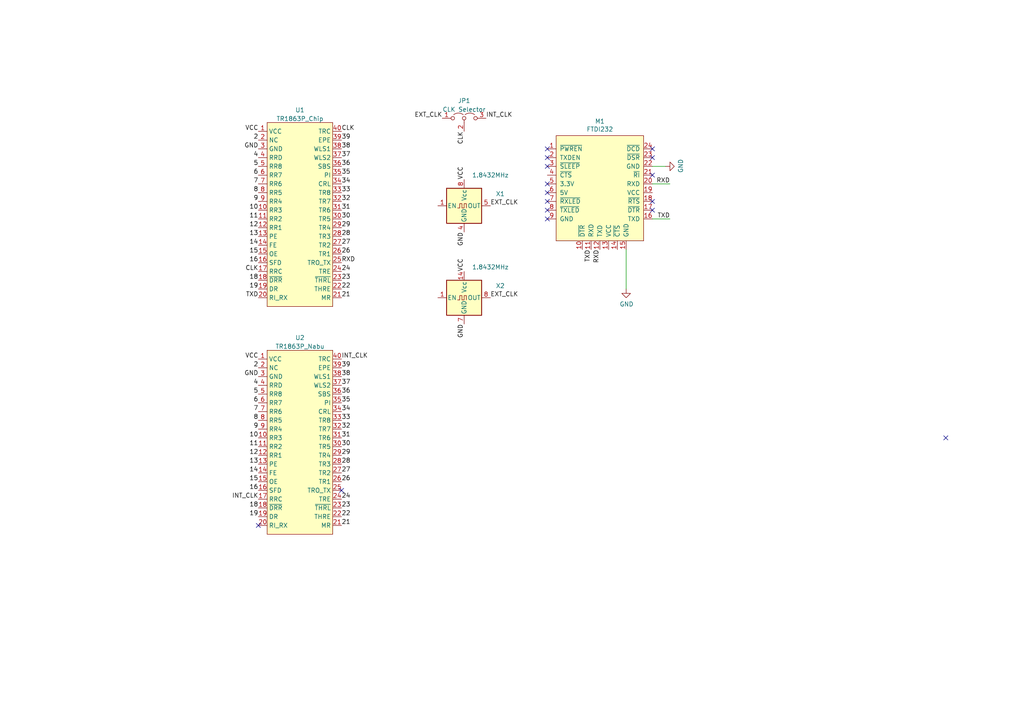
<source format=kicad_sch>
(kicad_sch (version 20211123) (generator eeschema)

  (uuid cbef2aa0-097b-424b-83c2-365d1fe59aff)

  (paper "A4")

  (title_block
    (title "mgh80_serial")
    (date "2021-09-27")
    (rev "1.1")
    (company "MyGeekyHobby.com")
  )

  (lib_symbols
    (symbol "Jumper:Jumper_3_Open" (pin_names (offset 0) hide) (in_bom yes) (on_board yes)
      (property "Reference" "JP" (id 0) (at -2.54 -2.54 0)
        (effects (font (size 1.27 1.27)))
      )
      (property "Value" "Jumper_3_Open" (id 1) (at 0 2.794 0)
        (effects (font (size 1.27 1.27)))
      )
      (property "Footprint" "" (id 2) (at 0 0 0)
        (effects (font (size 1.27 1.27)) hide)
      )
      (property "Datasheet" "~" (id 3) (at 0 0 0)
        (effects (font (size 1.27 1.27)) hide)
      )
      (property "ki_keywords" "Jumper SPDT" (id 4) (at 0 0 0)
        (effects (font (size 1.27 1.27)) hide)
      )
      (property "ki_description" "Jumper, 3-pole, both open" (id 5) (at 0 0 0)
        (effects (font (size 1.27 1.27)) hide)
      )
      (property "ki_fp_filters" "Jumper* TestPoint*3Pads* TestPoint*Bridge*" (id 6) (at 0 0 0)
        (effects (font (size 1.27 1.27)) hide)
      )
      (symbol "Jumper_3_Open_0_0"
        (circle (center -3.302 0) (radius 0.508)
          (stroke (width 0) (type default) (color 0 0 0 0))
          (fill (type none))
        )
        (circle (center 0 0) (radius 0.508)
          (stroke (width 0) (type default) (color 0 0 0 0))
          (fill (type none))
        )
        (circle (center 3.302 0) (radius 0.508)
          (stroke (width 0) (type default) (color 0 0 0 0))
          (fill (type none))
        )
      )
      (symbol "Jumper_3_Open_0_1"
        (arc (start -0.254 1.016) (mid -1.651 1.4992) (end -3.048 1.016)
          (stroke (width 0) (type default) (color 0 0 0 0))
          (fill (type none))
        )
        (polyline
          (pts
            (xy 0 -0.508)
            (xy 0 -1.27)
          )
          (stroke (width 0) (type default) (color 0 0 0 0))
          (fill (type none))
        )
        (arc (start 3.048 1.016) (mid 1.651 1.4992) (end 0.254 1.016)
          (stroke (width 0) (type default) (color 0 0 0 0))
          (fill (type none))
        )
      )
      (symbol "Jumper_3_Open_1_1"
        (pin passive line (at -6.35 0 0) (length 2.54)
          (name "A" (effects (font (size 1.27 1.27))))
          (number "1" (effects (font (size 1.27 1.27))))
        )
        (pin passive line (at 0 -3.81 90) (length 2.54)
          (name "C" (effects (font (size 1.27 1.27))))
          (number "2" (effects (font (size 1.27 1.27))))
        )
        (pin passive line (at 6.35 0 180) (length 2.54)
          (name "B" (effects (font (size 1.27 1.27))))
          (number "3" (effects (font (size 1.27 1.27))))
        )
      )
    )
    (symbol "Oscillator:CXO_DIP14" (pin_names (offset 0.254)) (in_bom yes) (on_board yes)
      (property "Reference" "X" (id 0) (at -5.08 6.35 0)
        (effects (font (size 1.27 1.27)) (justify left))
      )
      (property "Value" "CXO_DIP14" (id 1) (at 1.27 -6.35 0)
        (effects (font (size 1.27 1.27)) (justify left))
      )
      (property "Footprint" "Oscillator:Oscillator_DIP-14" (id 2) (at 11.43 -8.89 0)
        (effects (font (size 1.27 1.27)) hide)
      )
      (property "Datasheet" "http://cdn-reichelt.de/documents/datenblatt/B400/OSZI.pdf" (id 3) (at -2.54 0 0)
        (effects (font (size 1.27 1.27)) hide)
      )
      (property "ki_keywords" "Crystal Clock Oscillator" (id 4) (at 0 0 0)
        (effects (font (size 1.27 1.27)) hide)
      )
      (property "ki_description" "Crystal Clock Oscillator, DIP14-style metal package" (id 5) (at 0 0 0)
        (effects (font (size 1.27 1.27)) hide)
      )
      (property "ki_fp_filters" "Oscillator*DIP*14*" (id 6) (at 0 0 0)
        (effects (font (size 1.27 1.27)) hide)
      )
      (symbol "CXO_DIP14_0_1"
        (rectangle (start -5.08 5.08) (end 5.08 -5.08)
          (stroke (width 0.254) (type default) (color 0 0 0 0))
          (fill (type background))
        )
        (polyline
          (pts
            (xy -1.905 -0.635)
            (xy -1.27 -0.635)
            (xy -1.27 0.635)
            (xy -0.635 0.635)
            (xy -0.635 -0.635)
            (xy 0 -0.635)
            (xy 0 0.635)
            (xy 0.635 0.635)
            (xy 0.635 -0.635)
          )
          (stroke (width 0) (type default) (color 0 0 0 0))
          (fill (type none))
        )
      )
      (symbol "CXO_DIP14_1_1"
        (pin input line (at -7.62 0 0) (length 2.54)
          (name "EN" (effects (font (size 1.27 1.27))))
          (number "1" (effects (font (size 1.27 1.27))))
        )
        (pin power_in line (at 0 7.62 270) (length 2.54)
          (name "Vcc" (effects (font (size 1.27 1.27))))
          (number "14" (effects (font (size 1.27 1.27))))
        )
        (pin power_in line (at 0 -7.62 90) (length 2.54)
          (name "GND" (effects (font (size 1.27 1.27))))
          (number "7" (effects (font (size 1.27 1.27))))
        )
        (pin output line (at 7.62 0 180) (length 2.54)
          (name "OUT" (effects (font (size 1.27 1.27))))
          (number "8" (effects (font (size 1.27 1.27))))
        )
      )
    )
    (symbol "Oscillator:CXO_DIP8" (pin_names (offset 0.254)) (in_bom yes) (on_board yes)
      (property "Reference" "X" (id 0) (at -5.08 6.35 0)
        (effects (font (size 1.27 1.27)) (justify left))
      )
      (property "Value" "CXO_DIP8" (id 1) (at 1.27 -6.35 0)
        (effects (font (size 1.27 1.27)) (justify left))
      )
      (property "Footprint" "Oscillator:Oscillator_DIP-8" (id 2) (at 11.43 -8.89 0)
        (effects (font (size 1.27 1.27)) hide)
      )
      (property "Datasheet" "http://cdn-reichelt.de/documents/datenblatt/B400/OSZI.pdf" (id 3) (at -2.54 0 0)
        (effects (font (size 1.27 1.27)) hide)
      )
      (property "ki_keywords" "Crystal Clock Oscillator" (id 4) (at 0 0 0)
        (effects (font (size 1.27 1.27)) hide)
      )
      (property "ki_description" "Crystal Clock Oscillator, DIP8-style metal package" (id 5) (at 0 0 0)
        (effects (font (size 1.27 1.27)) hide)
      )
      (property "ki_fp_filters" "Oscillator*DIP*8*" (id 6) (at 0 0 0)
        (effects (font (size 1.27 1.27)) hide)
      )
      (symbol "CXO_DIP8_0_1"
        (rectangle (start -5.08 5.08) (end 5.08 -5.08)
          (stroke (width 0.254) (type default) (color 0 0 0 0))
          (fill (type background))
        )
        (polyline
          (pts
            (xy -1.905 -0.635)
            (xy -1.27 -0.635)
            (xy -1.27 0.635)
            (xy -0.635 0.635)
            (xy -0.635 -0.635)
            (xy 0 -0.635)
            (xy 0 0.635)
            (xy 0.635 0.635)
            (xy 0.635 -0.635)
          )
          (stroke (width 0) (type default) (color 0 0 0 0))
          (fill (type none))
        )
      )
      (symbol "CXO_DIP8_1_1"
        (pin input line (at -7.62 0 0) (length 2.54)
          (name "EN" (effects (font (size 1.27 1.27))))
          (number "1" (effects (font (size 1.27 1.27))))
        )
        (pin power_in line (at 0 -7.62 90) (length 2.54)
          (name "GND" (effects (font (size 1.27 1.27))))
          (number "4" (effects (font (size 1.27 1.27))))
        )
        (pin output line (at 7.62 0 180) (length 2.54)
          (name "OUT" (effects (font (size 1.27 1.27))))
          (number "5" (effects (font (size 1.27 1.27))))
        )
        (pin power_in line (at 0 7.62 270) (length 2.54)
          (name "Vcc" (effects (font (size 1.27 1.27))))
          (number "8" (effects (font (size 1.27 1.27))))
        )
      )
    )
    (symbol "mgh-symbols:TR1863P" (in_bom yes) (on_board yes)
      (property "Reference" "U" (id 0) (at 1.27 52.07 0)
        (effects (font (size 1.27 1.27)))
      )
      (property "Value" "TR1863P" (id 1) (at 5.08 54.61 0)
        (effects (font (size 1.27 1.27)))
      )
      (property "Footprint" "" (id 2) (at 0 0 0)
        (effects (font (size 1.27 1.27)) hide)
      )
      (property "Datasheet" "" (id 3) (at 0 0 0)
        (effects (font (size 1.27 1.27)) hide)
      )
      (symbol "TR1863P_0_1"
        (rectangle (start 0 49.53) (end 19.05 -3.81)
          (stroke (width 0.1524) (type default) (color 0 0 0 0))
          (fill (type background))
        )
      )
      (symbol "TR1863P_1_1"
        (pin passive line (at -2.54 46.99 0) (length 2.54)
          (name "VCC" (effects (font (size 1.27 1.27))))
          (number "1" (effects (font (size 1.27 1.27))))
        )
        (pin passive line (at -2.54 24.13 0) (length 2.54)
          (name "RR3" (effects (font (size 1.27 1.27))))
          (number "10" (effects (font (size 1.27 1.27))))
        )
        (pin passive line (at -2.54 21.59 0) (length 2.54)
          (name "RR2" (effects (font (size 1.27 1.27))))
          (number "11" (effects (font (size 1.27 1.27))))
        )
        (pin passive line (at -2.54 19.05 0) (length 2.54)
          (name "RR1" (effects (font (size 1.27 1.27))))
          (number "12" (effects (font (size 1.27 1.27))))
        )
        (pin passive line (at -2.54 16.51 0) (length 2.54)
          (name "PE" (effects (font (size 1.27 1.27))))
          (number "13" (effects (font (size 1.27 1.27))))
        )
        (pin passive line (at -2.54 13.97 0) (length 2.54)
          (name "FE" (effects (font (size 1.27 1.27))))
          (number "14" (effects (font (size 1.27 1.27))))
        )
        (pin passive line (at -2.54 11.43 0) (length 2.54)
          (name "OE" (effects (font (size 1.27 1.27))))
          (number "15" (effects (font (size 1.27 1.27))))
        )
        (pin passive line (at -2.54 8.89 0) (length 2.54)
          (name "SFD" (effects (font (size 1.27 1.27))))
          (number "16" (effects (font (size 1.27 1.27))))
        )
        (pin passive line (at -2.54 6.35 0) (length 2.54)
          (name "RRC" (effects (font (size 1.27 1.27))))
          (number "17" (effects (font (size 1.27 1.27))))
        )
        (pin passive line (at -2.54 3.81 0) (length 2.54)
          (name "~{DRR}" (effects (font (size 1.27 1.27))))
          (number "18" (effects (font (size 1.27 1.27))))
        )
        (pin passive line (at -2.54 1.27 0) (length 2.54)
          (name "DR" (effects (font (size 1.27 1.27))))
          (number "19" (effects (font (size 1.27 1.27))))
        )
        (pin passive line (at -2.54 44.45 0) (length 2.54)
          (name "NC" (effects (font (size 1.27 1.27))))
          (number "2" (effects (font (size 1.27 1.27))))
        )
        (pin passive line (at -2.54 -1.27 0) (length 2.54)
          (name "RI_RX" (effects (font (size 1.27 1.27))))
          (number "20" (effects (font (size 1.27 1.27))))
        )
        (pin passive line (at 21.59 -1.27 180) (length 2.54)
          (name "MR" (effects (font (size 1.27 1.27))))
          (number "21" (effects (font (size 1.27 1.27))))
        )
        (pin passive line (at 21.59 1.27 180) (length 2.54)
          (name "THRE" (effects (font (size 1.27 1.27))))
          (number "22" (effects (font (size 1.27 1.27))))
        )
        (pin passive line (at 21.59 3.81 180) (length 2.54)
          (name "~{THRL}" (effects (font (size 1.27 1.27))))
          (number "23" (effects (font (size 1.27 1.27))))
        )
        (pin passive line (at 21.59 6.35 180) (length 2.54)
          (name "TRE" (effects (font (size 1.27 1.27))))
          (number "24" (effects (font (size 1.27 1.27))))
        )
        (pin passive line (at 21.59 8.89 180) (length 2.54)
          (name "TRO_TX" (effects (font (size 1.27 1.27))))
          (number "25" (effects (font (size 1.27 1.27))))
        )
        (pin passive line (at 21.59 11.43 180) (length 2.54)
          (name "TR1" (effects (font (size 1.27 1.27))))
          (number "26" (effects (font (size 1.27 1.27))))
        )
        (pin passive line (at 21.59 13.97 180) (length 2.54)
          (name "TR2" (effects (font (size 1.27 1.27))))
          (number "27" (effects (font (size 1.27 1.27))))
        )
        (pin passive line (at 21.59 16.51 180) (length 2.54)
          (name "TR3" (effects (font (size 1.27 1.27))))
          (number "28" (effects (font (size 1.27 1.27))))
        )
        (pin passive line (at 21.59 19.05 180) (length 2.54)
          (name "TR4" (effects (font (size 1.27 1.27))))
          (number "29" (effects (font (size 1.27 1.27))))
        )
        (pin passive line (at -2.54 41.91 0) (length 2.54)
          (name "GND" (effects (font (size 1.27 1.27))))
          (number "3" (effects (font (size 1.27 1.27))))
        )
        (pin passive line (at 21.59 21.59 180) (length 2.54)
          (name "TR5" (effects (font (size 1.27 1.27))))
          (number "30" (effects (font (size 1.27 1.27))))
        )
        (pin passive line (at 21.59 24.13 180) (length 2.54)
          (name "TR6" (effects (font (size 1.27 1.27))))
          (number "31" (effects (font (size 1.27 1.27))))
        )
        (pin passive line (at 21.59 26.67 180) (length 2.54)
          (name "TR7" (effects (font (size 1.27 1.27))))
          (number "32" (effects (font (size 1.27 1.27))))
        )
        (pin passive line (at 21.59 29.21 180) (length 2.54)
          (name "TR8" (effects (font (size 1.27 1.27))))
          (number "33" (effects (font (size 1.27 1.27))))
        )
        (pin passive line (at 21.59 31.75 180) (length 2.54)
          (name "CRL" (effects (font (size 1.27 1.27))))
          (number "34" (effects (font (size 1.27 1.27))))
        )
        (pin passive line (at 21.59 34.29 180) (length 2.54)
          (name "PI" (effects (font (size 1.27 1.27))))
          (number "35" (effects (font (size 1.27 1.27))))
        )
        (pin passive line (at 21.59 36.83 180) (length 2.54)
          (name "SBS" (effects (font (size 1.27 1.27))))
          (number "36" (effects (font (size 1.27 1.27))))
        )
        (pin passive line (at 21.59 39.37 180) (length 2.54)
          (name "WLS2" (effects (font (size 1.27 1.27))))
          (number "37" (effects (font (size 1.27 1.27))))
        )
        (pin passive line (at 21.59 41.91 180) (length 2.54)
          (name "WLS1" (effects (font (size 1.27 1.27))))
          (number "38" (effects (font (size 1.27 1.27))))
        )
        (pin passive line (at 21.59 44.45 180) (length 2.54)
          (name "EPE" (effects (font (size 1.27 1.27))))
          (number "39" (effects (font (size 1.27 1.27))))
        )
        (pin passive line (at -2.54 39.37 0) (length 2.54)
          (name "RRD" (effects (font (size 1.27 1.27))))
          (number "4" (effects (font (size 1.27 1.27))))
        )
        (pin passive line (at 21.59 46.99 180) (length 2.54)
          (name "TRC" (effects (font (size 1.27 1.27))))
          (number "40" (effects (font (size 1.27 1.27))))
        )
        (pin passive line (at -2.54 36.83 0) (length 2.54)
          (name "RR8" (effects (font (size 1.27 1.27))))
          (number "5" (effects (font (size 1.27 1.27))))
        )
        (pin passive line (at -2.54 34.29 0) (length 2.54)
          (name "RR7" (effects (font (size 1.27 1.27))))
          (number "6" (effects (font (size 1.27 1.27))))
        )
        (pin passive line (at -2.54 31.75 0) (length 2.54)
          (name "RR6" (effects (font (size 1.27 1.27))))
          (number "7" (effects (font (size 1.27 1.27))))
        )
        (pin passive line (at -2.54 29.21 0) (length 2.54)
          (name "RR5" (effects (font (size 1.27 1.27))))
          (number "8" (effects (font (size 1.27 1.27))))
        )
        (pin passive line (at -2.54 26.67 0) (length 2.54)
          (name "RR4" (effects (font (size 1.27 1.27))))
          (number "9" (effects (font (size 1.27 1.27))))
        )
      )
    )
    (symbol "nabu_serial-rescue:FTDI232-mgh-symbols" (pin_names (offset 1.016)) (in_bom yes) (on_board yes)
      (property "Reference" "M" (id 0) (at -12.7 15.24 0)
        (effects (font (size 1.27 1.27)))
      )
      (property "Value" "FTDI232-mgh-symbols" (id 1) (at -10.16 17.78 0)
        (effects (font (size 1.27 1.27)))
      )
      (property "Footprint" "" (id 2) (at -19.05 3.81 0)
        (effects (font (size 1.27 1.27)) hide)
      )
      (property "Datasheet" "" (id 3) (at -19.05 3.81 0)
        (effects (font (size 1.27 1.27)) hide)
      )
      (symbol "FTDI232-mgh-symbols_0_1"
        (rectangle (start -13.97 13.97) (end 11.43 -16.51)
          (stroke (width 0) (type default) (color 0 0 0 0))
          (fill (type background))
        )
      )
      (symbol "FTDI232-mgh-symbols_1_1"
        (pin input line (at -16.51 10.16 0) (length 2.54)
          (name "~{PWREN}" (effects (font (size 1.27 1.27))))
          (number "1" (effects (font (size 1.27 1.27))))
        )
        (pin output line (at -6.35 -19.05 90) (length 2.54)
          (name "~{DTR}" (effects (font (size 1.27 1.27))))
          (number "10" (effects (font (size 1.27 1.27))))
        )
        (pin input line (at -3.81 -19.05 90) (length 2.54)
          (name "RXD" (effects (font (size 1.27 1.27))))
          (number "11" (effects (font (size 1.27 1.27))))
        )
        (pin passive line (at -1.27 -19.05 90) (length 2.54)
          (name "TXD" (effects (font (size 1.27 1.27))))
          (number "12" (effects (font (size 1.27 1.27))))
        )
        (pin passive line (at 1.27 -19.05 90) (length 2.54)
          (name "VCC" (effects (font (size 1.27 1.27))))
          (number "13" (effects (font (size 1.27 1.27))))
        )
        (pin input line (at 3.81 -19.05 90) (length 2.54)
          (name "~{CTS}" (effects (font (size 1.27 1.27))))
          (number "14" (effects (font (size 1.27 1.27))))
        )
        (pin passive line (at 6.35 -19.05 90) (length 2.54)
          (name "GND" (effects (font (size 1.27 1.27))))
          (number "15" (effects (font (size 1.27 1.27))))
        )
        (pin output line (at 13.97 -10.16 180) (length 2.54)
          (name "TXD" (effects (font (size 1.27 1.27))))
          (number "16" (effects (font (size 1.27 1.27))))
        )
        (pin output line (at 13.97 -7.62 180) (length 2.54)
          (name "~{DTR}" (effects (font (size 1.27 1.27))))
          (number "17" (effects (font (size 1.27 1.27))))
        )
        (pin output line (at 13.97 -5.08 180) (length 2.54)
          (name "~{RTS}" (effects (font (size 1.27 1.27))))
          (number "18" (effects (font (size 1.27 1.27))))
        )
        (pin passive line (at 13.97 -2.54 180) (length 2.54)
          (name "VCC" (effects (font (size 1.27 1.27))))
          (number "19" (effects (font (size 1.27 1.27))))
        )
        (pin input line (at -16.51 7.62 0) (length 2.54)
          (name "TXDEN" (effects (font (size 1.27 1.27))))
          (number "2" (effects (font (size 1.27 1.27))))
        )
        (pin input line (at 13.97 0 180) (length 2.54)
          (name "RXD" (effects (font (size 1.27 1.27))))
          (number "20" (effects (font (size 1.27 1.27))))
        )
        (pin input line (at 13.97 2.54 180) (length 2.54)
          (name "~{RI}" (effects (font (size 1.27 1.27))))
          (number "21" (effects (font (size 1.27 1.27))))
        )
        (pin passive line (at 13.97 5.08 180) (length 2.54)
          (name "GND" (effects (font (size 1.27 1.27))))
          (number "22" (effects (font (size 1.27 1.27))))
        )
        (pin input line (at 13.97 7.62 180) (length 2.54)
          (name "~{DSR}" (effects (font (size 1.27 1.27))))
          (number "23" (effects (font (size 1.27 1.27))))
        )
        (pin input line (at 13.97 10.16 180) (length 2.54)
          (name "~{DCD}" (effects (font (size 1.27 1.27))))
          (number "24" (effects (font (size 1.27 1.27))))
        )
        (pin input line (at -16.51 5.08 0) (length 2.54)
          (name "~{SLEEP}" (effects (font (size 1.27 1.27))))
          (number "3" (effects (font (size 1.27 1.27))))
        )
        (pin input line (at -16.51 2.54 0) (length 2.54)
          (name "~{CTS}" (effects (font (size 1.27 1.27))))
          (number "4" (effects (font (size 1.27 1.27))))
        )
        (pin power_out line (at -16.51 0 0) (length 2.54)
          (name "3.3V" (effects (font (size 1.27 1.27))))
          (number "5" (effects (font (size 1.27 1.27))))
        )
        (pin power_out line (at -16.51 -2.54 0) (length 2.54)
          (name "5V" (effects (font (size 1.27 1.27))))
          (number "6" (effects (font (size 1.27 1.27))))
        )
        (pin output line (at -16.51 -5.08 0) (length 2.54)
          (name "~{RXLED}" (effects (font (size 1.27 1.27))))
          (number "7" (effects (font (size 1.27 1.27))))
        )
        (pin output line (at -16.51 -7.62 0) (length 2.54)
          (name "~{TXLED}" (effects (font (size 1.27 1.27))))
          (number "8" (effects (font (size 1.27 1.27))))
        )
        (pin power_out line (at -16.51 -10.16 0) (length 2.54)
          (name "GND" (effects (font (size 1.27 1.27))))
          (number "9" (effects (font (size 1.27 1.27))))
        )
      )
    )
    (symbol "power:GND" (power) (pin_names (offset 0)) (in_bom yes) (on_board yes)
      (property "Reference" "#PWR" (id 0) (at 0 -6.35 0)
        (effects (font (size 1.27 1.27)) hide)
      )
      (property "Value" "GND" (id 1) (at 0 -3.81 0)
        (effects (font (size 1.27 1.27)))
      )
      (property "Footprint" "" (id 2) (at 0 0 0)
        (effects (font (size 1.27 1.27)) hide)
      )
      (property "Datasheet" "" (id 3) (at 0 0 0)
        (effects (font (size 1.27 1.27)) hide)
      )
      (property "ki_keywords" "power-flag" (id 4) (at 0 0 0)
        (effects (font (size 1.27 1.27)) hide)
      )
      (property "ki_description" "Power symbol creates a global label with name \"GND\" , ground" (id 5) (at 0 0 0)
        (effects (font (size 1.27 1.27)) hide)
      )
      (symbol "GND_0_1"
        (polyline
          (pts
            (xy 0 0)
            (xy 0 -1.27)
            (xy 1.27 -1.27)
            (xy 0 -2.54)
            (xy -1.27 -1.27)
            (xy 0 -1.27)
          )
          (stroke (width 0) (type default) (color 0 0 0 0))
          (fill (type none))
        )
      )
      (symbol "GND_1_1"
        (pin power_in line (at 0 0 270) (length 0) hide
          (name "GND" (effects (font (size 1.27 1.27))))
          (number "1" (effects (font (size 1.27 1.27))))
        )
      )
    )
  )


  (no_connect (at 158.75 48.26) (uuid 0f1c456e-b61d-47dd-9bfe-4f932eb358e6))
  (no_connect (at 158.75 60.96) (uuid 484f3c90-c40d-40c5-a425-be0c473e0faa))
  (no_connect (at 189.23 43.18) (uuid 4a1ccd51-cbb3-4f1c-992d-8602fe5d8896))
  (no_connect (at 189.23 58.42) (uuid 4aaee005-1427-4afa-b706-ff23f4da3667))
  (no_connect (at 74.93 152.4) (uuid 5a6e8538-0abd-42f6-9b91-a13ef7f57dc4))
  (no_connect (at 99.06 142.24) (uuid 5a6e8538-0abd-42f6-9b91-a13ef7f57dc5))
  (no_connect (at 158.75 53.34) (uuid 75ec45b2-850c-496d-ac45-26cc00818906))
  (no_connect (at 189.23 45.72) (uuid 84bae6ef-b172-49ec-830a-5370cdd29f4b))
  (no_connect (at 158.75 63.5) (uuid 9239147c-a6f4-4101-b1cb-a5c087ab9c6c))
  (no_connect (at 189.23 60.96) (uuid 93a77395-f4d7-46e2-af5d-0bd0fe48d543))
  (no_connect (at 274.32 127) (uuid 954fe1b5-bb93-463f-87a3-159d20d18926))
  (no_connect (at 158.75 43.18) (uuid c18a204d-e94a-4148-9c9f-99da081e4d74))
  (no_connect (at 158.75 58.42) (uuid de22f907-2e46-46c4-afe0-93e9132fa1c6))
  (no_connect (at 158.75 55.88) (uuid eaa266f1-3a77-427f-b568-0e90cc38aac4))
  (no_connect (at 189.23 50.8) (uuid f726427e-19c4-40d6-a23b-7c62de897ed9))
  (no_connect (at 158.75 45.72) (uuid fb178f69-9130-424a-a75b-d905329e95bd))

  (wire (pts (xy 193.04 48.26) (xy 189.23 48.26))
    (stroke (width 0) (type default) (color 0 0 0 0))
    (uuid 244ffc27-e7c3-45e0-a3db-a9b438090bd0)
  )
  (wire (pts (xy 181.61 72.39) (xy 181.61 83.82))
    (stroke (width 0) (type default) (color 0 0 0 0))
    (uuid 2684747f-1684-4d87-ab89-341a1306a3d0)
  )
  (wire (pts (xy 194.31 63.5) (xy 189.23 63.5))
    (stroke (width 0) (type default) (color 0 0 0 0))
    (uuid 8c05357b-a73e-4d7f-9865-6e62f17078e5)
  )
  (wire (pts (xy 194.31 53.34) (xy 189.23 53.34))
    (stroke (width 0) (type default) (color 0 0 0 0))
    (uuid f0b5f6f3-3a43-48ba-9335-9e619672b1cc)
  )

  (label "26" (at 99.06 139.7 0)
    (effects (font (size 1.27 1.27)) (justify left bottom))
    (uuid 04303dca-1796-4ab4-8fee-90e66fd3a9ab)
  )
  (label "GND" (at 74.93 43.18 180)
    (effects (font (size 1.27 1.27)) (justify right bottom))
    (uuid 05384aff-f552-4e01-8351-8ff3aebfaddd)
  )
  (label "23" (at 99.06 147.32 0)
    (effects (font (size 1.27 1.27)) (justify left bottom))
    (uuid 0668455f-1d76-4865-9d46-f418aec390d7)
  )
  (label "11" (at 74.93 129.54 180)
    (effects (font (size 1.27 1.27)) (justify right bottom))
    (uuid 06a7f36d-641b-4d25-aa23-f0943ab58fd9)
  )
  (label "19" (at 74.93 149.86 180)
    (effects (font (size 1.27 1.27)) (justify right bottom))
    (uuid 0eaf2469-3341-41ea-a8f0-5dc243b55f71)
  )
  (label "7" (at 74.93 119.38 180)
    (effects (font (size 1.27 1.27)) (justify right bottom))
    (uuid 0f85c240-e04c-4827-af3f-c63e9422e83f)
  )
  (label "GND" (at 134.62 93.98 270)
    (effects (font (size 1.27 1.27)) (justify right bottom))
    (uuid 10098c6c-e435-4a3e-8cc7-834fab9255ae)
  )
  (label "33" (at 99.06 55.88 0)
    (effects (font (size 1.27 1.27)) (justify left bottom))
    (uuid 15580d17-5850-4101-80c0-f9232be9e1d0)
  )
  (label "18" (at 74.93 81.28 180)
    (effects (font (size 1.27 1.27)) (justify right bottom))
    (uuid 1b2ab73c-5797-400c-b9eb-7afddd6a21b3)
  )
  (label "VCC" (at 74.93 38.1 180)
    (effects (font (size 1.27 1.27)) (justify right bottom))
    (uuid 1c2bef71-6cba-4888-8e24-592e6c6f8a4e)
  )
  (label "22" (at 99.06 149.86 0)
    (effects (font (size 1.27 1.27)) (justify left bottom))
    (uuid 20be4b12-9b6f-4072-8f74-15c53fe6a426)
  )
  (label "CLK" (at 74.93 78.74 180)
    (effects (font (size 1.27 1.27)) (justify right bottom))
    (uuid 28e06e74-98ac-4927-86a1-34b2c750070a)
  )
  (label "30" (at 99.06 129.54 0)
    (effects (font (size 1.27 1.27)) (justify left bottom))
    (uuid 2ac07cd9-0048-4408-9931-572ce7496e4f)
  )
  (label "RXD" (at 173.99 72.39 270)
    (effects (font (size 1.27 1.27)) (justify right bottom))
    (uuid 2c924d48-548d-4fc7-93cd-c56f42500f87)
  )
  (label "INT_CLK" (at 140.97 34.29 0)
    (effects (font (size 1.27 1.27)) (justify left bottom))
    (uuid 2dc331c8-7e1b-4d74-b171-ebc0a6f2afbb)
  )
  (label "11" (at 74.93 63.5 180)
    (effects (font (size 1.27 1.27)) (justify right bottom))
    (uuid 334e0fe8-60b5-4dae-b4d8-a6a73b13ea24)
  )
  (label "2" (at 74.93 40.64 180)
    (effects (font (size 1.27 1.27)) (justify right bottom))
    (uuid 3630df3e-6699-429c-8476-7612751df92b)
  )
  (label "8" (at 74.93 121.92 180)
    (effects (font (size 1.27 1.27)) (justify right bottom))
    (uuid 366bfb30-ff86-4533-a4cb-6dcfdb8235b0)
  )
  (label "15" (at 74.93 73.66 180)
    (effects (font (size 1.27 1.27)) (justify right bottom))
    (uuid 3a07c9a1-5b72-48d0-88fa-3bc21299ef01)
  )
  (label "EXT_CLK" (at 128.27 34.29 180)
    (effects (font (size 1.27 1.27)) (justify right bottom))
    (uuid 3ad68733-fc40-4c70-ab07-8072999affd0)
  )
  (label "VCC" (at 74.93 104.14 180)
    (effects (font (size 1.27 1.27)) (justify right bottom))
    (uuid 3b62a0c0-8f44-4c9b-9132-abf17fdb4ea3)
  )
  (label "37" (at 99.06 111.76 0)
    (effects (font (size 1.27 1.27)) (justify left bottom))
    (uuid 3bef7007-2292-48ee-af57-fa9b096c2fb9)
  )
  (label "26" (at 99.06 73.66 0)
    (effects (font (size 1.27 1.27)) (justify left bottom))
    (uuid 3c163e6f-73a1-41f3-8d99-8278da1bacb4)
  )
  (label "VCC" (at 134.62 52.07 90)
    (effects (font (size 1.27 1.27)) (justify left bottom))
    (uuid 44c29cb9-93f4-421c-9aa5-bf15d853c2a0)
  )
  (label "RXD" (at 194.31 53.34 180)
    (effects (font (size 1.27 1.27)) (justify right bottom))
    (uuid 46ac85b0-4d56-42bf-885b-bda8154d2fec)
  )
  (label "28" (at 99.06 134.62 0)
    (effects (font (size 1.27 1.27)) (justify left bottom))
    (uuid 48182db0-c064-42fa-a5e9-7e0f4363ff8d)
  )
  (label "33" (at 99.06 121.92 0)
    (effects (font (size 1.27 1.27)) (justify left bottom))
    (uuid 4e58d7a9-80fa-40b8-b87e-8ae9632eb659)
  )
  (label "30" (at 99.06 63.5 0)
    (effects (font (size 1.27 1.27)) (justify left bottom))
    (uuid 53ff519f-8cad-4fbd-b11f-1c213f721e8d)
  )
  (label "31" (at 99.06 60.96 0)
    (effects (font (size 1.27 1.27)) (justify left bottom))
    (uuid 593b6406-12ac-4a83-943a-c70d063419d1)
  )
  (label "39" (at 99.06 106.68 0)
    (effects (font (size 1.27 1.27)) (justify left bottom))
    (uuid 5c581135-595b-4adb-90f7-58a1d01128a4)
  )
  (label "TXD" (at 171.45 72.39 270)
    (effects (font (size 1.27 1.27)) (justify right bottom))
    (uuid 5d95aefc-cb97-42ea-8919-54cc049ef855)
  )
  (label "5" (at 74.93 114.3 180)
    (effects (font (size 1.27 1.27)) (justify right bottom))
    (uuid 5ecf98ca-47f7-48e0-b168-58b98e543499)
  )
  (label "4" (at 74.93 45.72 180)
    (effects (font (size 1.27 1.27)) (justify right bottom))
    (uuid 5ffc2c4d-d160-45fd-99bd-3eca1c521cbb)
  )
  (label "34" (at 99.06 53.34 0)
    (effects (font (size 1.27 1.27)) (justify left bottom))
    (uuid 603425f7-655d-46bb-88bd-b638d1267f47)
  )
  (label "36" (at 99.06 114.3 0)
    (effects (font (size 1.27 1.27)) (justify left bottom))
    (uuid 6109e094-2b8f-4b1c-8a5d-d84e646f670a)
  )
  (label "21" (at 99.06 152.4 0)
    (effects (font (size 1.27 1.27)) (justify left bottom))
    (uuid 61fb2989-e655-47f5-957c-dc9f6224eefa)
  )
  (label "35" (at 99.06 50.8 0)
    (effects (font (size 1.27 1.27)) (justify left bottom))
    (uuid 625b6d52-21e3-4e9d-8d71-b6ae1a4da9bd)
  )
  (label "29" (at 99.06 66.04 0)
    (effects (font (size 1.27 1.27)) (justify left bottom))
    (uuid 630e4a2e-ce82-41be-adbe-a264a348bc5f)
  )
  (label "8" (at 74.93 55.88 180)
    (effects (font (size 1.27 1.27)) (justify right bottom))
    (uuid 667823ce-74cb-435c-bfa3-7b5f68e59baf)
  )
  (label "2" (at 74.93 106.68 180)
    (effects (font (size 1.27 1.27)) (justify right bottom))
    (uuid 6918461d-3487-4636-aec5-4786b1780426)
  )
  (label "14" (at 74.93 71.12 180)
    (effects (font (size 1.27 1.27)) (justify right bottom))
    (uuid 6beac5fd-cc47-4375-b106-3d8e5b90af5e)
  )
  (label "4" (at 74.93 111.76 180)
    (effects (font (size 1.27 1.27)) (justify right bottom))
    (uuid 6c61b131-c9cc-47a5-a3d1-5a59f3e46fcf)
  )
  (label "39" (at 99.06 40.64 0)
    (effects (font (size 1.27 1.27)) (justify left bottom))
    (uuid 6ce1e8d6-6b67-4747-96b8-754e7671909d)
  )
  (label "RXD" (at 99.06 76.2 0)
    (effects (font (size 1.27 1.27)) (justify left bottom))
    (uuid 709cdb9b-24fe-46b2-8b35-fd8be499e072)
  )
  (label "7" (at 74.93 53.34 180)
    (effects (font (size 1.27 1.27)) (justify right bottom))
    (uuid 71eb5104-668f-44a5-82f0-b0f03e08a22e)
  )
  (label "CLK" (at 134.62 38.1 270)
    (effects (font (size 1.27 1.27)) (justify right bottom))
    (uuid 76767ea1-1474-4b36-9d05-b89a171c49b4)
  )
  (label "12" (at 74.93 66.04 180)
    (effects (font (size 1.27 1.27)) (justify right bottom))
    (uuid 773a0c66-64c7-43e9-a7e8-e01559946e0c)
  )
  (label "15" (at 74.93 139.7 180)
    (effects (font (size 1.27 1.27)) (justify right bottom))
    (uuid 7bd6e59e-c911-45c5-8c6f-db8498f1ad11)
  )
  (label "24" (at 99.06 144.78 0)
    (effects (font (size 1.27 1.27)) (justify left bottom))
    (uuid 7e98afa8-1abd-4d8b-bf71-ff4f409a9cb5)
  )
  (label "16" (at 74.93 76.2 180)
    (effects (font (size 1.27 1.27)) (justify right bottom))
    (uuid 81e03f38-826d-4900-83ee-130abe5c600a)
  )
  (label "CLK" (at 99.06 38.1 0)
    (effects (font (size 1.27 1.27)) (justify left bottom))
    (uuid 867d8996-ea87-42e7-90be-6761e6704bbd)
  )
  (label "22" (at 99.06 83.82 0)
    (effects (font (size 1.27 1.27)) (justify left bottom))
    (uuid 8b9acf2d-7482-4ef5-958b-a12c7d623f9e)
  )
  (label "27" (at 99.06 71.12 0)
    (effects (font (size 1.27 1.27)) (justify left bottom))
    (uuid 90a68829-9f69-4b63-935e-37099bbbcc56)
  )
  (label "TXD" (at 194.31 63.5 180)
    (effects (font (size 1.27 1.27)) (justify right bottom))
    (uuid 94cebb34-ffe2-4114-a2f0-bcad3b564ede)
  )
  (label "6" (at 74.93 116.84 180)
    (effects (font (size 1.27 1.27)) (justify right bottom))
    (uuid 95836e42-7069-44c0-8b1b-8a403b00d92a)
  )
  (label "9" (at 74.93 58.42 180)
    (effects (font (size 1.27 1.27)) (justify right bottom))
    (uuid 96765717-c647-4e39-ade5-93df86585712)
  )
  (label "38" (at 99.06 109.22 0)
    (effects (font (size 1.27 1.27)) (justify left bottom))
    (uuid 9bf53b60-292a-4807-9451-15bcf2855941)
  )
  (label "14" (at 74.93 137.16 180)
    (effects (font (size 1.27 1.27)) (justify right bottom))
    (uuid a2c886c2-5d91-41de-836a-29ae68df4b82)
  )
  (label "16" (at 74.93 142.24 180)
    (effects (font (size 1.27 1.27)) (justify right bottom))
    (uuid a8cf9fc9-385b-4a20-8157-04455f7228ba)
  )
  (label "13" (at 74.93 68.58 180)
    (effects (font (size 1.27 1.27)) (justify right bottom))
    (uuid b001b9a1-75c7-426e-8a20-7c5a8d2812b3)
  )
  (label "13" (at 74.93 134.62 180)
    (effects (font (size 1.27 1.27)) (justify right bottom))
    (uuid b84806e1-fb2b-4e51-ae52-6faec4242b82)
  )
  (label "36" (at 99.06 48.26 0)
    (effects (font (size 1.27 1.27)) (justify left bottom))
    (uuid b91e04ce-dad7-4774-985b-bcca41b05d7d)
  )
  (label "31" (at 99.06 127 0)
    (effects (font (size 1.27 1.27)) (justify left bottom))
    (uuid bd492a71-ec99-4aec-a73b-37334246c338)
  )
  (label "INT_CLK" (at 74.93 144.78 180)
    (effects (font (size 1.27 1.27)) (justify right bottom))
    (uuid c03b5f4a-0f42-481e-a1db-c21ade4cdadb)
  )
  (label "EXT_CLK" (at 142.24 86.36 0)
    (effects (font (size 1.27 1.27)) (justify left bottom))
    (uuid c044a045-1de4-446d-9267-e07a9928a3e8)
  )
  (label "TXD" (at 74.93 86.36 180)
    (effects (font (size 1.27 1.27)) (justify right bottom))
    (uuid c0b6aa26-7ca8-4541-8e29-4a3db82f9482)
  )
  (label "18" (at 74.93 147.32 180)
    (effects (font (size 1.27 1.27)) (justify right bottom))
    (uuid c1701692-71dc-4754-aaf8-cfc630186ba8)
  )
  (label "VCC" (at 134.62 78.74 90)
    (effects (font (size 1.27 1.27)) (justify left bottom))
    (uuid c2b3a2eb-d4a1-42f4-92c7-ec1d87f8e621)
  )
  (label "10" (at 74.93 60.96 180)
    (effects (font (size 1.27 1.27)) (justify right bottom))
    (uuid c3731618-f3dd-435d-a1e2-1a5d1c3601f4)
  )
  (label "28" (at 99.06 68.58 0)
    (effects (font (size 1.27 1.27)) (justify left bottom))
    (uuid cfd06d28-8800-4609-b366-344759294999)
  )
  (label "35" (at 99.06 116.84 0)
    (effects (font (size 1.27 1.27)) (justify left bottom))
    (uuid d0c19fd1-7e43-48b0-92d6-ed683269e391)
  )
  (label "GND" (at 74.93 109.22 180)
    (effects (font (size 1.27 1.27)) (justify right bottom))
    (uuid d2ac33ea-e3fc-4f4c-bb6c-0811ddabb344)
  )
  (label "27" (at 99.06 137.16 0)
    (effects (font (size 1.27 1.27)) (justify left bottom))
    (uuid d2b048bf-302d-4790-a1f1-9f70d4edd76b)
  )
  (label "5" (at 74.93 48.26 180)
    (effects (font (size 1.27 1.27)) (justify right bottom))
    (uuid d345d9d1-88ed-45d5-b2e2-c11ba2b1b190)
  )
  (label "24" (at 99.06 78.74 0)
    (effects (font (size 1.27 1.27)) (justify left bottom))
    (uuid d515345e-a276-4e26-9df9-640e49e17b42)
  )
  (label "19" (at 74.93 83.82 180)
    (effects (font (size 1.27 1.27)) (justify right bottom))
    (uuid dff62404-773c-4177-953e-05c9e37c1798)
  )
  (label "9" (at 74.93 124.46 180)
    (effects (font (size 1.27 1.27)) (justify right bottom))
    (uuid dffcce57-223e-4b5c-b3e8-a3679c175390)
  )
  (label "EXT_CLK" (at 142.24 59.69 0)
    (effects (font (size 1.27 1.27)) (justify left bottom))
    (uuid e30ab132-14d2-487a-b2ca-2c0677b69a9b)
  )
  (label "10" (at 74.93 127 180)
    (effects (font (size 1.27 1.27)) (justify right bottom))
    (uuid e4e5c891-3425-442c-88f3-8a0b562f2b4a)
  )
  (label "23" (at 99.06 81.28 0)
    (effects (font (size 1.27 1.27)) (justify left bottom))
    (uuid e71f14f5-fdf1-4506-b7b6-1100be9f0455)
  )
  (label "INT_CLK" (at 99.06 104.14 0)
    (effects (font (size 1.27 1.27)) (justify left bottom))
    (uuid e90e874b-1b7b-419b-8c89-e1877fd37e24)
  )
  (label "12" (at 74.93 132.08 180)
    (effects (font (size 1.27 1.27)) (justify right bottom))
    (uuid ec3471f6-9e95-4e02-a5d2-9e19beda0bbf)
  )
  (label "6" (at 74.93 50.8 180)
    (effects (font (size 1.27 1.27)) (justify right bottom))
    (uuid eec5f87e-4414-4158-9d78-6f24a9a737ca)
  )
  (label "37" (at 99.06 45.72 0)
    (effects (font (size 1.27 1.27)) (justify left bottom))
    (uuid ef9ca180-023f-4bb6-a9c4-5b51972ec6a5)
  )
  (label "38" (at 99.06 43.18 0)
    (effects (font (size 1.27 1.27)) (justify left bottom))
    (uuid f22ea7dd-40c6-4b12-a58f-58abe79b5465)
  )
  (label "29" (at 99.06 132.08 0)
    (effects (font (size 1.27 1.27)) (justify left bottom))
    (uuid f3a5696d-b113-498e-b61a-63bca097ea22)
  )
  (label "34" (at 99.06 119.38 0)
    (effects (font (size 1.27 1.27)) (justify left bottom))
    (uuid f6ec342a-36fb-4032-8a03-736e52bd124b)
  )
  (label "21" (at 99.06 86.36 0)
    (effects (font (size 1.27 1.27)) (justify left bottom))
    (uuid f80db19c-3616-4f00-9362-1cf071dcff87)
  )
  (label "32" (at 99.06 58.42 0)
    (effects (font (size 1.27 1.27)) (justify left bottom))
    (uuid f9692515-219c-45c6-8594-0053113bcca9)
  )
  (label "GND" (at 134.62 67.31 270)
    (effects (font (size 1.27 1.27)) (justify right bottom))
    (uuid f96fc844-3929-4c46-ab24-a76f8dea6e42)
  )
  (label "32" (at 99.06 124.46 0)
    (effects (font (size 1.27 1.27)) (justify left bottom))
    (uuid ff35f242-437d-4004-a012-5e1252c4e2af)
  )

  (symbol (lib_id "nabu_serial-rescue:FTDI232-mgh-symbols") (at 175.26 53.34 0) (unit 1)
    (in_bom yes) (on_board yes)
    (uuid 00000000-0000-0000-0000-00006133e630)
    (property "Reference" "M1" (id 0) (at 173.99 35.179 0))
    (property "Value" "FTDI232" (id 1) (at 173.99 37.4904 0))
    (property "Footprint" "mgh-footprint-lib:FTDI232_Full" (id 2) (at 156.21 49.53 0)
      (effects (font (size 1.27 1.27)) hide)
    )
    (property "Datasheet" "" (id 3) (at 156.21 49.53 0)
      (effects (font (size 1.27 1.27)) hide)
    )
    (pin "1" (uuid 2d86d596-e3a5-440a-b955-b31650972deb))
    (pin "10" (uuid 3a9f870e-5632-4d22-badc-c00f2bbd2beb))
    (pin "11" (uuid fd94af5b-e713-4fda-95ff-d522347da717))
    (pin "12" (uuid 69731968-a892-4070-8fff-c4968eb144b2))
    (pin "13" (uuid 2062ef6f-82d1-4f8a-88da-5c819739469d))
    (pin "14" (uuid 289c1ec4-89c7-49ed-bb43-9ceae8efbb2a))
    (pin "15" (uuid 165aa806-8ea7-4007-a3e4-151f899e4425))
    (pin "16" (uuid 49d1c280-4179-4a90-9650-8f65c7a1c637))
    (pin "17" (uuid ade17819-2a76-406b-b651-f115604ba431))
    (pin "18" (uuid 9734662d-4612-4e4d-b822-391f501757cc))
    (pin "19" (uuid 4d59380b-cf49-4349-929e-55ccce66bb2b))
    (pin "2" (uuid 4578ce21-6047-4824-ad6f-fb2b2e8242d3))
    (pin "20" (uuid d8a02897-bb81-48e8-b5e6-cc84e6b9ed89))
    (pin "21" (uuid 9d1f0535-bd93-4b52-b9b6-a74efe6957d5))
    (pin "22" (uuid 10a13cee-bd0c-4e46-9f49-03b353863be9))
    (pin "23" (uuid 7623deff-c63f-4a2e-8d33-93a1c78b5266))
    (pin "24" (uuid 1068cd9f-dcd6-4cb3-bb50-0143b07c42e4))
    (pin "3" (uuid e7916869-bb3a-43ce-9778-7055cd6c4f65))
    (pin "4" (uuid 9410751a-f490-4eed-bcb6-31964fc9bc7b))
    (pin "5" (uuid d395a4d9-f49f-4240-9152-c31426de3701))
    (pin "6" (uuid 459f124e-799e-4893-a5f5-a03f73b312ca))
    (pin "7" (uuid 555e6eb3-78e8-4953-8b29-5b1ae64b6d0d))
    (pin "8" (uuid d7f65a2e-209f-429d-829d-7972574372da))
    (pin "9" (uuid b1a08b5c-99bb-4a43-8848-e3cc7765bc59))
  )

  (symbol (lib_id "power:GND") (at 181.61 83.82 0) (unit 1)
    (in_bom yes) (on_board yes)
    (uuid 00000000-0000-0000-0000-00006136936e)
    (property "Reference" "#PWR011" (id 0) (at 181.61 90.17 0)
      (effects (font (size 1.27 1.27)) hide)
    )
    (property "Value" "GND" (id 1) (at 181.737 88.2142 0))
    (property "Footprint" "" (id 2) (at 181.61 83.82 0)
      (effects (font (size 1.27 1.27)) hide)
    )
    (property "Datasheet" "" (id 3) (at 181.61 83.82 0)
      (effects (font (size 1.27 1.27)) hide)
    )
    (pin "1" (uuid 71ddfc71-c5c3-46da-ac9f-460d29579b90))
  )

  (symbol (lib_id "power:GND") (at 193.04 48.26 90) (unit 1)
    (in_bom yes) (on_board yes)
    (uuid 00000000-0000-0000-0000-000061373d69)
    (property "Reference" "#PWR012" (id 0) (at 199.39 48.26 0)
      (effects (font (size 1.27 1.27)) hide)
    )
    (property "Value" "GND" (id 1) (at 197.4342 48.133 0))
    (property "Footprint" "" (id 2) (at 193.04 48.26 0)
      (effects (font (size 1.27 1.27)) hide)
    )
    (property "Datasheet" "" (id 3) (at 193.04 48.26 0)
      (effects (font (size 1.27 1.27)) hide)
    )
    (pin "1" (uuid a8ee9522-d357-49a8-a48f-cc44db4ee6bc))
  )

  (symbol (lib_id "mgh-symbols:TR1863P") (at 77.47 151.13 0) (unit 1)
    (in_bom yes) (on_board yes) (fields_autoplaced)
    (uuid 0e3e9ae3-8537-450f-b709-f7909d50be40)
    (property "Reference" "U2" (id 0) (at 86.995 97.951 0))
    (property "Value" "TR1863P_Nabu" (id 1) (at 86.995 100.4879 0))
    (property "Footprint" "Package_DIP:DIP-40_W15.24mm_Socket" (id 2) (at 77.47 151.13 0)
      (effects (font (size 1.27 1.27)) hide)
    )
    (property "Datasheet" "" (id 3) (at 77.47 151.13 0)
      (effects (font (size 1.27 1.27)) hide)
    )
    (pin "1" (uuid 54e5a9a2-0006-48a3-8cde-27e1fd1b852b))
    (pin "10" (uuid c0e29273-afa4-4c4c-a889-70014671d16a))
    (pin "11" (uuid 4d6f8230-2232-4621-980c-e238519d0ae8))
    (pin "12" (uuid f159de5a-f7b1-4e25-a285-90277971814b))
    (pin "13" (uuid ee2d719b-07b0-499b-b248-3a52539190f7))
    (pin "14" (uuid f88f4b50-b217-4b8e-806e-e324380d7c02))
    (pin "15" (uuid 4c42127b-bdbb-41a6-a4bf-431bf66ee9ed))
    (pin "16" (uuid d2ab3d16-cf86-4aae-a0bb-5fda96fe1ebf))
    (pin "17" (uuid 331596f3-c895-44a2-b017-aef1e214e45c))
    (pin "18" (uuid 6dc79054-4bfb-4f11-8f91-22a1950367f0))
    (pin "19" (uuid 61e65139-391b-4119-99c9-e56d1b197795))
    (pin "2" (uuid 5ce9e05e-4325-46a4-bf35-45eb7edfdcb8))
    (pin "20" (uuid 9566a4a4-9541-45a5-93f6-d77c33c21cc2))
    (pin "21" (uuid 6b35ca87-e433-42c0-92e2-6c7a33dbdb72))
    (pin "22" (uuid 1b0297c0-5845-459e-a9ee-025a0ae16d73))
    (pin "23" (uuid 6bd1543e-35dd-425c-b5ef-d5957d25d8e9))
    (pin "24" (uuid 5a5334f8-882a-4c93-959d-a49a65cdfcc5))
    (pin "25" (uuid 9c7d355b-507d-440a-b8cd-462e5526bbb8))
    (pin "26" (uuid e8305326-c4f6-449f-8cd9-0f295311afbb))
    (pin "27" (uuid c60f5b74-a9aa-4e37-91ff-170bf4678711))
    (pin "28" (uuid 982b7f4b-ede1-456e-9ffc-e1c7dd20ebda))
    (pin "29" (uuid bb897dbf-9eed-479d-824e-1a1dd0b19806))
    (pin "3" (uuid b53665d9-737f-4dc4-9607-b868fde0acdd))
    (pin "30" (uuid 96b40826-f41e-47d9-91e3-1db63d8f3d87))
    (pin "31" (uuid 159f570d-ee64-453c-843f-99a2ab5fe29b))
    (pin "32" (uuid 5be7ea1d-37d0-4e31-abf7-5f955da05053))
    (pin "33" (uuid 5785068c-45e8-4b6a-a555-47484f52f81f))
    (pin "34" (uuid dd0d9279-b234-4b26-b7af-c3fc865ece40))
    (pin "35" (uuid b88a652d-c1af-4e5b-9786-a05eec921197))
    (pin "36" (uuid fe5c1369-1382-48e2-b650-25dc4b43ac27))
    (pin "37" (uuid 025f273a-2514-4679-a3c5-28955efdcde5))
    (pin "38" (uuid 1c29b510-2bd0-42ed-840f-622de7cbac98))
    (pin "39" (uuid 3604a439-9469-4b0a-ab00-1bb42e1aede5))
    (pin "4" (uuid 4db8b016-c946-41e5-91ff-610a2876941d))
    (pin "40" (uuid c1d17a37-007a-4bbe-b5f8-b4b94a3bf098))
    (pin "5" (uuid cc2a7e2f-85d7-49ab-9b44-2dba9c339eb4))
    (pin "6" (uuid 8ae03beb-7f09-4a9b-afda-ed23e27fe446))
    (pin "7" (uuid 42cc57ed-603c-47b0-aacc-96b43f7e9fd8))
    (pin "8" (uuid 9f27cc5f-f70d-45ac-b6ea-4cd41ca7324c))
    (pin "9" (uuid 53f3472d-40bd-4551-a451-948b762f8f02))
  )

  (symbol (lib_id "Oscillator:CXO_DIP8") (at 134.62 59.69 0) (unit 1)
    (in_bom yes) (on_board yes)
    (uuid 1d76b049-ba04-45e4-9a8f-20313f260036)
    (property "Reference" "X1" (id 0) (at 145.1073 56.2316 0))
    (property "Value" "1.8432MHz" (id 1) (at 142.24 50.8 0))
    (property "Footprint" "Oscillator:Oscillator_DIP-8" (id 2) (at 146.05 68.58 0)
      (effects (font (size 1.27 1.27)) hide)
    )
    (property "Datasheet" "http://cdn-reichelt.de/documents/datenblatt/B400/OSZI.pdf" (id 3) (at 132.08 59.69 0)
      (effects (font (size 1.27 1.27)) hide)
    )
    (pin "1" (uuid 6617d181-3c65-40ef-844d-175a1f884bb9))
    (pin "4" (uuid bf924502-a082-4250-9ebd-cb8851419620))
    (pin "5" (uuid d75e744d-ebe1-4d1e-91f7-acfe577fd95c))
    (pin "8" (uuid bf1e6366-4b1d-49a0-80e7-b8c14bf4ebc9))
  )

  (symbol (lib_id "mgh-symbols:TR1863P") (at 77.47 85.09 0) (unit 1)
    (in_bom yes) (on_board yes) (fields_autoplaced)
    (uuid 2eab7b03-2344-4132-9fa3-b7a7c7b6d25a)
    (property "Reference" "U1" (id 0) (at 86.995 31.911 0))
    (property "Value" "TR1863P_Chip" (id 1) (at 86.995 34.4479 0))
    (property "Footprint" "Package_DIP:DIP-40_W15.24mm_Socket" (id 2) (at 77.47 85.09 0)
      (effects (font (size 1.27 1.27)) hide)
    )
    (property "Datasheet" "" (id 3) (at 77.47 85.09 0)
      (effects (font (size 1.27 1.27)) hide)
    )
    (pin "1" (uuid 9da17927-09a8-41b3-8053-de5afb4b5a4e))
    (pin "10" (uuid 2fb5b6f4-2d5f-4c48-9849-cbc1b40165de))
    (pin "11" (uuid 2b2ecfdf-54cb-4681-9c83-9a7ab4a0464a))
    (pin "12" (uuid 6c43fc23-de49-40d9-8781-5cf1998f89ee))
    (pin "13" (uuid 76b3eaa0-1701-4e30-adc6-b34b6ae53e5c))
    (pin "14" (uuid 935f03be-09b8-4f1a-bc10-69c7ffc38f9e))
    (pin "15" (uuid dc20e93e-0428-4d02-81c5-59c58700a2b7))
    (pin "16" (uuid 2611c89c-369c-4ba7-aa35-8b35e51c20f6))
    (pin "17" (uuid 449357e5-015a-4149-8650-31fcd1d9d9a3))
    (pin "18" (uuid 0ed94384-6bac-40f5-97e4-7241fb3bfd0f))
    (pin "19" (uuid 1ce8f307-a436-4a22-8dd0-0dda29b018b4))
    (pin "2" (uuid a468b85c-76c7-43c3-a8bc-eeb5fa4fbd0b))
    (pin "20" (uuid 0e15dd87-143c-4bcd-a1ac-564940e65ac3))
    (pin "21" (uuid af3d1f61-855c-48b4-82b1-a01adfd3cbf6))
    (pin "22" (uuid cc7bddc2-0823-4712-ac77-e87183587803))
    (pin "23" (uuid c8739b88-d86c-4266-8ca2-b11ca306cc9d))
    (pin "24" (uuid 25f813a4-949b-487c-8884-29c454be03f0))
    (pin "25" (uuid 7e139ca7-89a2-4d03-99c0-a10bf28a57db))
    (pin "26" (uuid c4daf25e-6a76-4baa-b1d1-5eb5ecc67c49))
    (pin "27" (uuid a5728b38-29db-422f-b2d1-e1a55a02a54b))
    (pin "28" (uuid 07533c03-7bf1-4b25-8d6f-05ad40ff1df7))
    (pin "29" (uuid 7b6b026f-d485-41cf-9d44-ba6391fbfabb))
    (pin "3" (uuid 7daa71a5-9f68-4c5a-b39b-e120da0d5070))
    (pin "30" (uuid 17343e1c-8121-44e2-8d18-7029656a4f14))
    (pin "31" (uuid 0bf5fb80-0381-4481-8fe2-685dbd62b59b))
    (pin "32" (uuid bbc0f669-f611-4e93-9c1a-e60cf7b2fc04))
    (pin "33" (uuid c6a9b948-eec5-447a-a130-f0cce1099cbe))
    (pin "34" (uuid f5ca8bb5-eb60-4cdc-8b17-2f108cea314b))
    (pin "35" (uuid c6c0dfc2-32cb-40b2-bff8-a3a800ed8aea))
    (pin "36" (uuid a8c0d87f-7f8f-4a66-8886-27ba988ba15d))
    (pin "37" (uuid 63de23d8-c495-49ea-b9a5-e58bf7ce4beb))
    (pin "38" (uuid f0c81406-2850-4f7f-8645-58bdff274247))
    (pin "39" (uuid 8e273475-bad5-497d-9038-cf1f00c79941))
    (pin "4" (uuid 4cb029e9-d220-480d-baa3-87a97874c0e2))
    (pin "40" (uuid 036920df-0c3a-411a-b78b-afa8761a5fa3))
    (pin "5" (uuid 7888353a-6699-4a38-80d8-a7dc645ace40))
    (pin "6" (uuid 9a16d21a-0419-4865-83ab-7580442848aa))
    (pin "7" (uuid 6878473f-614c-41e2-b059-6b5e4765ffeb))
    (pin "8" (uuid ffad7d20-01d0-489b-88cb-051f67c8c8fa))
    (pin "9" (uuid 0c612046-8522-4c0f-aaa2-3951fe958617))
  )

  (symbol (lib_id "Jumper:Jumper_3_Open") (at 134.62 34.29 0) (unit 1)
    (in_bom yes) (on_board yes) (fields_autoplaced)
    (uuid d1684560-5bc3-4322-8dd8-86e80af40223)
    (property "Reference" "JP1" (id 0) (at 134.62 29.218 0))
    (property "Value" "CLK Selector" (id 1) (at 134.62 31.7549 0))
    (property "Footprint" "Jumper:SolderJumper-3_P2.0mm_Open_TrianglePad1.0x1.5mm" (id 2) (at 134.62 34.29 0)
      (effects (font (size 1.27 1.27)) hide)
    )
    (property "Datasheet" "~" (id 3) (at 134.62 34.29 0)
      (effects (font (size 1.27 1.27)) hide)
    )
    (pin "1" (uuid b0a8b34f-4e78-414f-a123-5b77531088f1))
    (pin "2" (uuid bcffcc10-43c4-4d61-ba59-fea41ebf386f))
    (pin "3" (uuid a2e27fc9-9e78-4dc9-a369-5c40f8aadd58))
  )

  (symbol (lib_id "Oscillator:CXO_DIP14") (at 134.62 86.36 0) (unit 1)
    (in_bom yes) (on_board yes)
    (uuid f28ae877-9ee3-4d3c-a378-bd55812504ec)
    (property "Reference" "X2" (id 0) (at 145.1073 82.9016 0))
    (property "Value" "1.8432MHz" (id 1) (at 142.24 77.47 0))
    (property "Footprint" "Oscillator:Oscillator_DIP-14" (id 2) (at 146.05 95.25 0)
      (effects (font (size 1.27 1.27)) hide)
    )
    (property "Datasheet" "http://cdn-reichelt.de/documents/datenblatt/B400/OSZI.pdf" (id 3) (at 132.08 86.36 0)
      (effects (font (size 1.27 1.27)) hide)
    )
    (pin "1" (uuid 5ef3541a-6fd9-4ab6-abee-568d4b9cb191))
    (pin "14" (uuid ebd0f68e-d5af-4e62-a973-56cb7953c170))
    (pin "7" (uuid f61b73a8-0f8c-4a38-9d17-c2b05636f1f0))
    (pin "8" (uuid afd71d49-8867-4427-8fcf-db5aed18342b))
  )

  (sheet_instances
    (path "/" (page "1"))
  )

  (symbol_instances
    (path "/00000000-0000-0000-0000-00006136936e"
      (reference "#PWR011") (unit 1) (value "GND") (footprint "")
    )
    (path "/00000000-0000-0000-0000-000061373d69"
      (reference "#PWR012") (unit 1) (value "GND") (footprint "")
    )
    (path "/d1684560-5bc3-4322-8dd8-86e80af40223"
      (reference "JP1") (unit 1) (value "CLK Selector") (footprint "Jumper:SolderJumper-3_P2.0mm_Open_TrianglePad1.0x1.5mm")
    )
    (path "/00000000-0000-0000-0000-00006133e630"
      (reference "M1") (unit 1) (value "FTDI232") (footprint "mgh-footprint-lib:FTDI232_Full")
    )
    (path "/2eab7b03-2344-4132-9fa3-b7a7c7b6d25a"
      (reference "U1") (unit 1) (value "TR1863P_Chip") (footprint "Package_DIP:DIP-40_W15.24mm_Socket")
    )
    (path "/0e3e9ae3-8537-450f-b709-f7909d50be40"
      (reference "U2") (unit 1) (value "TR1863P_Nabu") (footprint "Package_DIP:DIP-40_W15.24mm_Socket")
    )
    (path "/1d76b049-ba04-45e4-9a8f-20313f260036"
      (reference "X1") (unit 1) (value "1.8432MHz") (footprint "Oscillator:Oscillator_DIP-8")
    )
    (path "/f28ae877-9ee3-4d3c-a378-bd55812504ec"
      (reference "X2") (unit 1) (value "1.8432MHz") (footprint "Oscillator:Oscillator_DIP-14")
    )
  )
)

</source>
